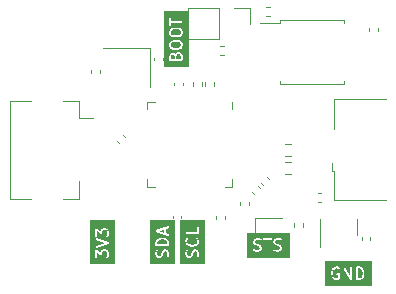
<source format=gto>
G04 #@! TF.GenerationSoftware,KiCad,Pcbnew,7.0.0-da2b9df05c~165~ubuntu22.04.1*
G04 #@! TF.CreationDate,2023-08-11T13:03:54+00:00*
G04 #@! TF.ProjectId,sensus-breakout,73656e73-7573-42d6-9272-65616b6f7574,rev?*
G04 #@! TF.SameCoordinates,Original*
G04 #@! TF.FileFunction,Legend,Top*
G04 #@! TF.FilePolarity,Positive*
%FSLAX46Y46*%
G04 Gerber Fmt 4.6, Leading zero omitted, Abs format (unit mm)*
G04 Created by KiCad (PCBNEW 7.0.0-da2b9df05c~165~ubuntu22.04.1) date 2023-08-11 13:03:54*
%MOMM*%
%LPD*%
G01*
G04 APERTURE LIST*
%ADD10C,0.150000*%
%ADD11C,0.120000*%
G04 APERTURE END LIST*
D10*
G36*
X143028107Y-113037478D02*
G01*
X143105097Y-113075973D01*
X143179208Y-113150084D01*
X143217380Y-113264599D01*
X143217380Y-113415523D01*
X142367380Y-113415523D01*
X142367380Y-113264599D01*
X142405552Y-113150084D01*
X142479664Y-113075972D01*
X142556650Y-113037478D01*
X142730186Y-112994095D01*
X142854574Y-112994095D01*
X143028107Y-113037478D01*
G37*
G36*
X142931666Y-112434085D02*
G01*
X142529550Y-112300046D01*
X142931666Y-112166009D01*
X142931666Y-112434085D01*
G37*
G36*
X143877857Y-115048857D02*
G01*
X141767143Y-115048857D01*
X141767143Y-114313892D01*
X142215450Y-114313892D01*
X142222305Y-114327602D01*
X142226623Y-114342307D01*
X142231977Y-114346946D01*
X142268712Y-114420415D01*
X142271395Y-114432746D01*
X142286019Y-114447370D01*
X142300085Y-114462491D01*
X142301502Y-114462853D01*
X142327937Y-114489288D01*
X142334381Y-114500138D01*
X142352890Y-114509392D01*
X142371004Y-114519283D01*
X142372462Y-114519178D01*
X142445708Y-114555801D01*
X142460835Y-114565523D01*
X142476165Y-114565523D01*
X142491248Y-114568237D01*
X142497792Y-114565523D01*
X142574055Y-114565523D01*
X142591939Y-114567454D01*
X142605652Y-114560597D01*
X142620355Y-114556280D01*
X142624993Y-114550926D01*
X142698462Y-114514191D01*
X142710794Y-114511509D01*
X142725421Y-114496881D01*
X142740539Y-114482820D01*
X142740901Y-114481401D01*
X142767336Y-114454966D01*
X142778186Y-114448523D01*
X142787440Y-114430013D01*
X142797331Y-114411900D01*
X142797226Y-114410441D01*
X142829679Y-114345536D01*
X142835991Y-114339602D01*
X142839335Y-114326224D01*
X142840475Y-114323945D01*
X142841938Y-114315812D01*
X142886954Y-114135748D01*
X142925449Y-114058759D01*
X142955854Y-114028353D01*
X143024370Y-113994095D01*
X143084198Y-113994095D01*
X143152716Y-114028354D01*
X143183121Y-114058759D01*
X143217380Y-114127275D01*
X143217380Y-114335496D01*
X143170200Y-114477035D01*
X143169015Y-114509820D01*
X143191472Y-114547708D01*
X143230848Y-114567440D01*
X143274641Y-114562753D01*
X143308948Y-114535132D01*
X143360558Y-114380302D01*
X143367380Y-114369688D01*
X143367380Y-114349009D01*
X143368126Y-114328369D01*
X143367380Y-114327110D01*
X143367380Y-114113602D01*
X143369310Y-114095727D01*
X143362455Y-114082017D01*
X143358137Y-114067311D01*
X143352782Y-114062671D01*
X143316048Y-113989202D01*
X143313366Y-113976872D01*
X143298746Y-113962252D01*
X143284677Y-113947127D01*
X143283258Y-113946764D01*
X143256823Y-113920329D01*
X143250380Y-113909480D01*
X143231879Y-113900229D01*
X143213757Y-113890334D01*
X143212296Y-113890438D01*
X143139055Y-113853818D01*
X143123926Y-113844095D01*
X143108596Y-113844095D01*
X143093513Y-113841381D01*
X143086969Y-113844095D01*
X143010697Y-113844095D01*
X142992822Y-113842165D01*
X142979112Y-113849019D01*
X142964406Y-113853338D01*
X142959766Y-113858692D01*
X142886297Y-113895426D01*
X142873967Y-113898109D01*
X142859347Y-113912728D01*
X142844222Y-113926798D01*
X142843859Y-113928216D01*
X142817424Y-113954651D01*
X142806575Y-113961095D01*
X142797324Y-113979595D01*
X142787429Y-113997718D01*
X142787533Y-113999178D01*
X142755081Y-114064082D01*
X142748770Y-114070017D01*
X142745425Y-114083394D01*
X142744286Y-114085674D01*
X142742822Y-114093806D01*
X142697806Y-114273869D01*
X142659312Y-114350858D01*
X142628905Y-114381265D01*
X142560390Y-114415523D01*
X142500563Y-114415523D01*
X142432045Y-114381264D01*
X142401639Y-114350858D01*
X142367380Y-114282341D01*
X142367380Y-114074123D01*
X142414561Y-113932584D01*
X142415747Y-113899798D01*
X142393290Y-113861910D01*
X142353914Y-113842178D01*
X142310120Y-113846865D01*
X142275813Y-113874485D01*
X142224201Y-114029315D01*
X142217380Y-114039930D01*
X142217380Y-114060609D01*
X142216634Y-114081249D01*
X142217380Y-114082508D01*
X142217380Y-114296013D01*
X142215450Y-114313892D01*
X141767143Y-114313892D01*
X141767143Y-113501647D01*
X142215010Y-113501647D01*
X142221929Y-113516799D01*
X142226623Y-113532783D01*
X142230935Y-113536519D01*
X142233306Y-113541711D01*
X142247322Y-113550718D01*
X142259909Y-113561625D01*
X142265555Y-113562436D01*
X142270358Y-113565523D01*
X142287020Y-113565523D01*
X142303504Y-113567893D01*
X142308694Y-113565523D01*
X143287020Y-113565523D01*
X143303504Y-113567893D01*
X143318656Y-113560973D01*
X143334640Y-113556280D01*
X143338376Y-113551967D01*
X143343568Y-113549597D01*
X143352575Y-113535580D01*
X143363482Y-113522994D01*
X143364293Y-113517347D01*
X143367380Y-113512545D01*
X143367380Y-113495883D01*
X143369750Y-113479399D01*
X143367380Y-113474209D01*
X143367380Y-113261830D01*
X143370495Y-113249602D01*
X143363955Y-113229982D01*
X143358137Y-113210168D01*
X143357030Y-113209209D01*
X143317188Y-113089680D01*
X143313366Y-113072110D01*
X143302527Y-113061271D01*
X143293780Y-113048685D01*
X143287232Y-113045976D01*
X143209204Y-112967948D01*
X143202761Y-112957099D01*
X143184260Y-112947848D01*
X143166138Y-112937953D01*
X143164677Y-112938057D01*
X143099773Y-112905605D01*
X143093839Y-112899294D01*
X143080461Y-112895949D01*
X143078182Y-112894810D01*
X143070049Y-112893346D01*
X142893972Y-112849327D01*
X142885831Y-112844095D01*
X142873043Y-112844095D01*
X142871539Y-112843719D01*
X142862293Y-112844095D01*
X142733295Y-112844095D01*
X142724126Y-112840993D01*
X142711718Y-112844095D01*
X142710170Y-112844095D01*
X142701300Y-112846699D01*
X142525243Y-112890713D01*
X142516632Y-112889784D01*
X142504301Y-112895949D01*
X142501826Y-112896568D01*
X142494687Y-112900755D01*
X142410107Y-112943045D01*
X142397777Y-112945728D01*
X142383157Y-112960347D01*
X142368032Y-112974417D01*
X142367669Y-112975835D01*
X142289824Y-113053680D01*
X142275813Y-113064961D01*
X142270964Y-113079505D01*
X142263620Y-113092956D01*
X142264125Y-113100022D01*
X142224201Y-113219791D01*
X142217380Y-113230406D01*
X142217380Y-113251085D01*
X142216634Y-113271725D01*
X142217380Y-113272984D01*
X142217380Y-113485163D01*
X142215010Y-113501647D01*
X141767143Y-113501647D01*
X141767143Y-112291727D01*
X142214658Y-112291727D01*
X142218095Y-112310728D01*
X142220150Y-112329927D01*
X142221979Y-112332198D01*
X142222498Y-112335067D01*
X142235658Y-112349189D01*
X142247771Y-112364234D01*
X142250537Y-112365156D01*
X142252525Y-112367289D01*
X142271236Y-112372055D01*
X142968814Y-112604582D01*
X142974195Y-112609244D01*
X142989327Y-112611419D01*
X143278891Y-112707941D01*
X143311677Y-112709126D01*
X143349565Y-112686669D01*
X143369297Y-112647293D01*
X143364609Y-112603499D01*
X143336989Y-112569193D01*
X143081666Y-112484085D01*
X143081666Y-112116009D01*
X143326325Y-112034456D01*
X143353265Y-112015733D01*
X143370101Y-111975034D01*
X143362261Y-111931694D01*
X143332235Y-111899472D01*
X143289554Y-111888599D01*
X142999777Y-111985190D01*
X142995542Y-111984582D01*
X142979157Y-111992064D01*
X142281530Y-112224606D01*
X142273083Y-112224301D01*
X142261050Y-112231432D01*
X142258434Y-112232305D01*
X142251796Y-112236917D01*
X142235195Y-112246758D01*
X142233889Y-112249363D01*
X142231494Y-112251028D01*
X142224108Y-112268881D01*
X142215463Y-112286134D01*
X142215773Y-112289031D01*
X142214658Y-112291727D01*
X141767143Y-112291727D01*
X141767143Y-111328619D01*
X143877857Y-111328619D01*
X143877857Y-115048857D01*
G37*
G36*
X138797857Y-115048857D02*
G01*
X136687143Y-115048857D01*
X136687143Y-113918717D01*
X137134215Y-113918717D01*
X137137380Y-113929692D01*
X137137380Y-114548924D01*
X137146623Y-114580402D01*
X137179909Y-114609244D01*
X137223504Y-114615512D01*
X137263568Y-114597216D01*
X137287380Y-114560164D01*
X137287380Y-114084378D01*
X137527520Y-114294500D01*
X137527576Y-114294688D01*
X137543967Y-114308890D01*
X137552060Y-114315972D01*
X137552230Y-114316050D01*
X137560862Y-114323530D01*
X137571801Y-114325102D01*
X137581836Y-114329744D01*
X137593152Y-114328172D01*
X137604457Y-114329798D01*
X137614511Y-114325206D01*
X137625461Y-114323686D01*
X137634129Y-114316247D01*
X137644521Y-114311502D01*
X137650497Y-114302202D01*
X137658885Y-114295005D01*
X137662156Y-114284061D01*
X137668333Y-114274450D01*
X137668333Y-114263398D01*
X137671499Y-114252806D01*
X137668333Y-114241828D01*
X137668333Y-114127277D01*
X137702592Y-114058759D01*
X137732997Y-114028353D01*
X137801513Y-113994095D01*
X138004198Y-113994095D01*
X138072716Y-114028354D01*
X138103121Y-114058759D01*
X138137380Y-114127275D01*
X138137380Y-114377579D01*
X138103121Y-114446096D01*
X138056485Y-114492733D01*
X138040762Y-114521527D01*
X138043905Y-114565458D01*
X138070299Y-114600717D01*
X138111566Y-114616109D01*
X138154603Y-114606747D01*
X138211145Y-114550204D01*
X138221995Y-114543761D01*
X138231249Y-114525251D01*
X138241140Y-114507138D01*
X138241035Y-114505679D01*
X138277658Y-114432433D01*
X138287380Y-114417307D01*
X138287380Y-114401977D01*
X138290094Y-114386894D01*
X138287380Y-114380350D01*
X138287380Y-114113602D01*
X138289310Y-114095727D01*
X138282455Y-114082017D01*
X138278137Y-114067311D01*
X138272782Y-114062671D01*
X138236048Y-113989202D01*
X138233366Y-113976872D01*
X138218746Y-113962252D01*
X138204677Y-113947127D01*
X138203258Y-113946764D01*
X138176823Y-113920329D01*
X138170380Y-113909480D01*
X138151879Y-113900229D01*
X138133757Y-113890334D01*
X138132296Y-113890438D01*
X138059055Y-113853818D01*
X138043926Y-113844095D01*
X138028596Y-113844095D01*
X138013513Y-113841381D01*
X138006969Y-113844095D01*
X137787840Y-113844095D01*
X137769965Y-113842165D01*
X137756255Y-113849019D01*
X137741549Y-113853338D01*
X137736909Y-113858692D01*
X137663440Y-113895426D01*
X137651110Y-113898109D01*
X137636490Y-113912728D01*
X137621365Y-113926798D01*
X137621002Y-113928216D01*
X137594567Y-113954651D01*
X137583718Y-113961095D01*
X137574467Y-113979595D01*
X137564572Y-113997718D01*
X137564676Y-113999178D01*
X137528056Y-114072419D01*
X137518498Y-114087290D01*
X137278192Y-113877023D01*
X137278137Y-113876835D01*
X137261630Y-113862532D01*
X137253653Y-113855552D01*
X137253485Y-113855474D01*
X137244851Y-113847993D01*
X137233910Y-113846419D01*
X137223877Y-113841779D01*
X137212561Y-113843350D01*
X137201256Y-113841725D01*
X137191201Y-113846316D01*
X137180253Y-113847837D01*
X137171584Y-113855274D01*
X137161192Y-113860021D01*
X137155214Y-113869321D01*
X137146828Y-113876518D01*
X137143557Y-113887461D01*
X137137380Y-113897073D01*
X137137380Y-113908128D01*
X137134215Y-113918717D01*
X136687143Y-113918717D01*
X136687143Y-113625060D01*
X137134658Y-113625060D01*
X137142498Y-113668400D01*
X137172525Y-113700622D01*
X137215205Y-113711495D01*
X138223228Y-113375487D01*
X138231677Y-113375793D01*
X138243710Y-113368660D01*
X138246325Y-113367789D01*
X138252956Y-113363180D01*
X138269565Y-113353336D01*
X138270871Y-113350729D01*
X138273265Y-113349066D01*
X138280645Y-113331223D01*
X138289297Y-113313960D01*
X138288986Y-113311060D01*
X138290101Y-113308367D01*
X138286664Y-113289372D01*
X138284609Y-113270166D01*
X138282779Y-113267893D01*
X138282261Y-113265027D01*
X138269104Y-113250908D01*
X138256989Y-113235860D01*
X138254222Y-113234937D01*
X138252235Y-113232805D01*
X138233524Y-113228038D01*
X137225868Y-112892153D01*
X137193083Y-112890968D01*
X137155195Y-112913425D01*
X137135463Y-112952801D01*
X137140150Y-112996594D01*
X137167771Y-113030901D01*
X137975208Y-113300047D01*
X137178434Y-113565638D01*
X137151494Y-113584361D01*
X137134658Y-113625060D01*
X136687143Y-113625060D01*
X136687143Y-112109193D01*
X137134215Y-112109193D01*
X137137380Y-112120168D01*
X137137380Y-112739400D01*
X137146623Y-112770878D01*
X137179909Y-112799720D01*
X137223504Y-112805988D01*
X137263568Y-112787692D01*
X137287380Y-112750640D01*
X137287380Y-112274854D01*
X137527520Y-112484976D01*
X137527576Y-112485164D01*
X137543967Y-112499366D01*
X137552060Y-112506448D01*
X137552230Y-112506526D01*
X137560862Y-112514006D01*
X137571801Y-112515578D01*
X137581836Y-112520220D01*
X137593152Y-112518648D01*
X137604457Y-112520274D01*
X137614511Y-112515682D01*
X137625461Y-112514162D01*
X137634129Y-112506723D01*
X137644521Y-112501978D01*
X137650497Y-112492678D01*
X137658885Y-112485481D01*
X137662156Y-112474537D01*
X137668333Y-112464926D01*
X137668333Y-112453874D01*
X137671499Y-112443282D01*
X137668333Y-112432304D01*
X137668333Y-112317753D01*
X137702592Y-112249235D01*
X137732997Y-112218829D01*
X137801513Y-112184571D01*
X138004198Y-112184571D01*
X138072716Y-112218830D01*
X138103121Y-112249235D01*
X138137380Y-112317751D01*
X138137380Y-112568055D01*
X138103121Y-112636572D01*
X138056485Y-112683209D01*
X138040762Y-112712003D01*
X138043905Y-112755934D01*
X138070299Y-112791193D01*
X138111566Y-112806585D01*
X138154603Y-112797223D01*
X138211145Y-112740680D01*
X138221995Y-112734237D01*
X138231249Y-112715727D01*
X138241140Y-112697614D01*
X138241035Y-112696155D01*
X138277658Y-112622909D01*
X138287380Y-112607783D01*
X138287380Y-112592453D01*
X138290094Y-112577370D01*
X138287380Y-112570826D01*
X138287380Y-112304078D01*
X138289310Y-112286203D01*
X138282455Y-112272493D01*
X138278137Y-112257787D01*
X138272782Y-112253147D01*
X138236048Y-112179678D01*
X138233366Y-112167348D01*
X138218746Y-112152728D01*
X138204677Y-112137603D01*
X138203258Y-112137240D01*
X138176823Y-112110805D01*
X138170380Y-112099956D01*
X138151879Y-112090705D01*
X138133757Y-112080810D01*
X138132296Y-112080914D01*
X138059055Y-112044294D01*
X138043926Y-112034571D01*
X138028596Y-112034571D01*
X138013513Y-112031857D01*
X138006969Y-112034571D01*
X137787840Y-112034571D01*
X137769965Y-112032641D01*
X137756255Y-112039495D01*
X137741549Y-112043814D01*
X137736909Y-112049168D01*
X137663440Y-112085902D01*
X137651110Y-112088585D01*
X137636490Y-112103204D01*
X137621365Y-112117274D01*
X137621002Y-112118692D01*
X137594567Y-112145127D01*
X137583718Y-112151571D01*
X137574467Y-112170071D01*
X137564572Y-112188194D01*
X137564676Y-112189654D01*
X137528056Y-112262895D01*
X137518498Y-112277766D01*
X137278192Y-112067499D01*
X137278137Y-112067311D01*
X137261630Y-112053008D01*
X137253653Y-112046028D01*
X137253485Y-112045950D01*
X137244851Y-112038469D01*
X137233910Y-112036895D01*
X137223877Y-112032255D01*
X137212561Y-112033826D01*
X137201256Y-112032201D01*
X137191201Y-112036792D01*
X137180253Y-112038313D01*
X137171584Y-112045750D01*
X137161192Y-112050497D01*
X137155214Y-112059797D01*
X137146828Y-112066994D01*
X137143557Y-112077937D01*
X137137380Y-112087549D01*
X137137380Y-112098604D01*
X137134215Y-112109193D01*
X136687143Y-112109193D01*
X136687143Y-111376238D01*
X138797857Y-111376238D01*
X138797857Y-115048857D01*
G37*
G36*
X144295716Y-97343735D02*
G01*
X144326121Y-97374140D01*
X144360380Y-97442656D01*
X144360380Y-97730904D01*
X143986571Y-97730904D01*
X143986571Y-97484741D01*
X144024742Y-97370227D01*
X144051235Y-97343734D01*
X144119751Y-97309476D01*
X144227198Y-97309476D01*
X144295716Y-97343735D01*
G37*
G36*
X143771907Y-97391354D02*
G01*
X143802312Y-97421759D01*
X143835928Y-97488991D01*
X143835825Y-97491868D01*
X143836571Y-97493127D01*
X143836571Y-97730904D01*
X143510380Y-97730904D01*
X143510380Y-97490277D01*
X143544639Y-97421759D01*
X143575045Y-97391353D01*
X143643561Y-97357095D01*
X143703389Y-97357095D01*
X143771907Y-97391354D01*
G37*
G36*
X144254179Y-96302198D02*
G01*
X144326121Y-96374140D01*
X144360380Y-96442656D01*
X144360380Y-96597722D01*
X144326121Y-96666239D01*
X144254179Y-96738181D01*
X144092813Y-96778523D01*
X143777948Y-96778523D01*
X143616581Y-96738181D01*
X143544639Y-96666239D01*
X143510380Y-96597722D01*
X143510380Y-96442658D01*
X143544639Y-96374140D01*
X143616581Y-96302198D01*
X143777948Y-96261857D01*
X144092812Y-96261857D01*
X144254179Y-96302198D01*
G37*
G36*
X144254179Y-95254579D02*
G01*
X144326121Y-95326521D01*
X144360380Y-95395037D01*
X144360380Y-95550103D01*
X144326121Y-95618620D01*
X144254179Y-95690562D01*
X144092813Y-95730904D01*
X143777948Y-95730904D01*
X143616581Y-95690562D01*
X143544639Y-95618620D01*
X143510380Y-95550103D01*
X143510380Y-95395039D01*
X143544639Y-95326521D01*
X143616581Y-95254579D01*
X143777948Y-95214238D01*
X144092812Y-95214238D01*
X144254179Y-95254579D01*
G37*
G36*
X145020857Y-98411857D02*
G01*
X142910143Y-98411857D01*
X142910143Y-97480961D01*
X143357666Y-97480961D01*
X143360380Y-97487505D01*
X143360380Y-97800544D01*
X143358010Y-97817028D01*
X143364929Y-97832180D01*
X143369623Y-97848164D01*
X143373935Y-97851900D01*
X143376306Y-97857092D01*
X143390322Y-97866099D01*
X143402909Y-97877006D01*
X143408555Y-97877817D01*
X143413358Y-97880904D01*
X143430020Y-97880904D01*
X143446504Y-97883274D01*
X143451694Y-97880904D01*
X143906211Y-97880904D01*
X143922695Y-97883274D01*
X143927885Y-97880904D01*
X144430020Y-97880904D01*
X144446504Y-97883274D01*
X144461656Y-97876354D01*
X144477640Y-97871661D01*
X144481376Y-97867348D01*
X144486568Y-97864978D01*
X144495575Y-97850961D01*
X144506482Y-97838375D01*
X144507293Y-97832728D01*
X144510380Y-97827926D01*
X144510380Y-97811264D01*
X144512750Y-97794780D01*
X144510380Y-97789590D01*
X144510380Y-97428983D01*
X144512310Y-97411108D01*
X144505455Y-97397398D01*
X144501137Y-97382692D01*
X144495782Y-97378052D01*
X144459048Y-97304583D01*
X144456366Y-97292253D01*
X144441746Y-97277633D01*
X144427677Y-97262508D01*
X144426258Y-97262145D01*
X144399823Y-97235710D01*
X144393380Y-97224861D01*
X144374879Y-97215610D01*
X144356757Y-97205715D01*
X144355296Y-97205819D01*
X144282055Y-97169199D01*
X144266926Y-97159476D01*
X144251596Y-97159476D01*
X144236513Y-97156762D01*
X144229969Y-97159476D01*
X144106078Y-97159476D01*
X144088203Y-97157546D01*
X144074493Y-97164400D01*
X144059787Y-97168719D01*
X144055147Y-97174073D01*
X143981678Y-97210807D01*
X143969348Y-97213490D01*
X143954728Y-97228109D01*
X143939603Y-97242179D01*
X143939240Y-97243597D01*
X143909010Y-97273827D01*
X143895003Y-97285105D01*
X143890699Y-97298014D01*
X143876014Y-97283329D01*
X143869571Y-97272480D01*
X143851070Y-97263229D01*
X143832948Y-97253334D01*
X143831487Y-97253438D01*
X143758246Y-97216818D01*
X143743117Y-97207095D01*
X143727787Y-97207095D01*
X143712704Y-97204381D01*
X143706160Y-97207095D01*
X143629888Y-97207095D01*
X143612013Y-97205165D01*
X143598303Y-97212019D01*
X143583597Y-97216338D01*
X143578957Y-97221692D01*
X143505488Y-97258426D01*
X143493158Y-97261109D01*
X143478538Y-97275728D01*
X143463413Y-97289798D01*
X143463050Y-97291216D01*
X143436617Y-97317649D01*
X143425767Y-97324094D01*
X143416518Y-97342590D01*
X143406620Y-97360718D01*
X143406724Y-97362178D01*
X143370101Y-97435421D01*
X143360380Y-97450549D01*
X143360380Y-97465878D01*
X143357666Y-97480961D01*
X142910143Y-97480961D01*
X142910143Y-96433342D01*
X143357666Y-96433342D01*
X143360380Y-96439886D01*
X143360380Y-96611394D01*
X143358450Y-96629273D01*
X143365305Y-96642983D01*
X143369623Y-96657688D01*
X143374977Y-96662327D01*
X143411712Y-96735796D01*
X143414395Y-96748127D01*
X143429019Y-96762751D01*
X143443085Y-96777872D01*
X143444502Y-96778234D01*
X143524384Y-96858116D01*
X143538683Y-96873324D01*
X143550729Y-96876335D01*
X143561623Y-96882284D01*
X143571652Y-96881566D01*
X143738550Y-96923290D01*
X143746692Y-96928523D01*
X143759480Y-96928523D01*
X143760984Y-96928899D01*
X143770230Y-96928523D01*
X144089704Y-96928523D01*
X144098873Y-96931625D01*
X144111281Y-96928523D01*
X144112829Y-96928523D01*
X144121698Y-96925918D01*
X144309601Y-96878942D01*
X144329984Y-96874509D01*
X144338764Y-96865728D01*
X144349469Y-96859448D01*
X144354013Y-96850479D01*
X144434145Y-96770347D01*
X144444995Y-96763904D01*
X144454245Y-96745402D01*
X144464141Y-96727281D01*
X144464036Y-96725820D01*
X144500658Y-96652576D01*
X144510380Y-96637450D01*
X144510380Y-96622120D01*
X144513094Y-96607037D01*
X144510380Y-96600493D01*
X144510380Y-96428983D01*
X144512310Y-96411108D01*
X144505455Y-96397398D01*
X144501137Y-96382692D01*
X144495782Y-96378052D01*
X144459048Y-96304583D01*
X144456366Y-96292253D01*
X144441746Y-96277633D01*
X144427677Y-96262508D01*
X144426258Y-96262145D01*
X144346367Y-96182254D01*
X144332077Y-96167056D01*
X144320032Y-96164044D01*
X144309138Y-96158096D01*
X144299107Y-96158813D01*
X144132210Y-96117089D01*
X144124069Y-96111857D01*
X144111281Y-96111857D01*
X144109777Y-96111481D01*
X144100531Y-96111857D01*
X143781057Y-96111857D01*
X143771888Y-96108755D01*
X143759480Y-96111857D01*
X143757932Y-96111857D01*
X143749062Y-96114461D01*
X143561159Y-96161437D01*
X143540777Y-96165871D01*
X143531997Y-96174650D01*
X143521291Y-96180932D01*
X143516745Y-96189902D01*
X143436617Y-96270030D01*
X143425767Y-96276475D01*
X143416518Y-96294971D01*
X143406620Y-96313099D01*
X143406724Y-96314559D01*
X143370101Y-96387802D01*
X143360380Y-96402930D01*
X143360380Y-96418259D01*
X143357666Y-96433342D01*
X142910143Y-96433342D01*
X142910143Y-95385723D01*
X143357666Y-95385723D01*
X143360380Y-95392267D01*
X143360380Y-95563775D01*
X143358450Y-95581654D01*
X143365305Y-95595364D01*
X143369623Y-95610069D01*
X143374977Y-95614708D01*
X143411712Y-95688177D01*
X143414395Y-95700508D01*
X143429019Y-95715132D01*
X143443085Y-95730253D01*
X143444502Y-95730615D01*
X143524384Y-95810497D01*
X143538683Y-95825705D01*
X143550729Y-95828716D01*
X143561623Y-95834665D01*
X143571652Y-95833947D01*
X143738550Y-95875671D01*
X143746692Y-95880904D01*
X143759480Y-95880904D01*
X143760984Y-95881280D01*
X143770230Y-95880904D01*
X144089704Y-95880904D01*
X144098873Y-95884006D01*
X144111281Y-95880904D01*
X144112829Y-95880904D01*
X144121698Y-95878299D01*
X144309601Y-95831323D01*
X144329984Y-95826890D01*
X144338764Y-95818109D01*
X144349469Y-95811829D01*
X144354013Y-95802860D01*
X144434145Y-95722728D01*
X144444995Y-95716285D01*
X144454245Y-95697783D01*
X144464141Y-95679662D01*
X144464036Y-95678201D01*
X144500658Y-95604957D01*
X144510380Y-95589831D01*
X144510380Y-95574501D01*
X144513094Y-95559418D01*
X144510380Y-95552874D01*
X144510380Y-95381364D01*
X144512310Y-95363489D01*
X144505455Y-95349779D01*
X144501137Y-95335073D01*
X144495782Y-95330433D01*
X144459048Y-95256964D01*
X144456366Y-95244634D01*
X144441746Y-95230014D01*
X144427677Y-95214889D01*
X144426258Y-95214526D01*
X144346367Y-95134635D01*
X144332077Y-95119437D01*
X144320032Y-95116425D01*
X144309138Y-95110477D01*
X144299107Y-95111194D01*
X144132210Y-95069470D01*
X144124069Y-95064238D01*
X144111281Y-95064238D01*
X144109777Y-95063862D01*
X144100531Y-95064238D01*
X143781057Y-95064238D01*
X143771888Y-95061136D01*
X143759480Y-95064238D01*
X143757932Y-95064238D01*
X143749062Y-95066842D01*
X143561159Y-95113818D01*
X143540777Y-95118252D01*
X143531997Y-95127031D01*
X143521291Y-95133313D01*
X143516745Y-95142283D01*
X143436617Y-95222411D01*
X143425767Y-95228856D01*
X143416518Y-95247352D01*
X143406620Y-95265480D01*
X143406724Y-95266940D01*
X143370101Y-95340183D01*
X143360380Y-95355311D01*
X143360380Y-95370640D01*
X143357666Y-95385723D01*
X142910143Y-95385723D01*
X142910143Y-94578933D01*
X143358010Y-94578933D01*
X143360380Y-94584123D01*
X143360380Y-94864305D01*
X143369623Y-94895783D01*
X143402909Y-94924625D01*
X143446504Y-94930893D01*
X143486568Y-94912597D01*
X143510380Y-94875545D01*
X143510380Y-94642809D01*
X144446162Y-94642809D01*
X144477640Y-94633566D01*
X144506482Y-94600280D01*
X144512750Y-94556685D01*
X144494454Y-94516621D01*
X144457402Y-94492809D01*
X143510380Y-94492809D01*
X143510380Y-94271313D01*
X143501137Y-94239835D01*
X143467851Y-94210993D01*
X143424256Y-94204725D01*
X143384192Y-94223021D01*
X143360380Y-94260073D01*
X143360380Y-94562449D01*
X143358010Y-94578933D01*
X142910143Y-94578933D01*
X142910143Y-93644000D01*
X145020857Y-93644000D01*
X145020857Y-98411857D01*
G37*
G36*
X153577524Y-114540857D02*
G01*
X150000143Y-114540857D01*
X150000143Y-113154248D01*
X150480762Y-113154248D01*
X150483476Y-113160792D01*
X150483476Y-113237055D01*
X150481545Y-113254939D01*
X150488401Y-113268652D01*
X150492719Y-113283355D01*
X150498072Y-113287993D01*
X150534807Y-113361462D01*
X150537490Y-113373794D01*
X150552117Y-113388421D01*
X150566179Y-113403539D01*
X150567597Y-113403901D01*
X150594032Y-113430336D01*
X150600476Y-113441186D01*
X150618985Y-113450440D01*
X150637099Y-113460331D01*
X150638557Y-113460226D01*
X150703462Y-113492679D01*
X150709397Y-113498991D01*
X150722774Y-113502335D01*
X150725054Y-113503475D01*
X150733186Y-113504938D01*
X150913250Y-113549954D01*
X150990240Y-113588449D01*
X151020645Y-113618854D01*
X151054904Y-113687370D01*
X151054904Y-113747198D01*
X151020645Y-113815715D01*
X150990238Y-113846122D01*
X150921723Y-113880380D01*
X150713503Y-113880380D01*
X150571964Y-113833200D01*
X150539179Y-113832015D01*
X150501291Y-113854472D01*
X150481559Y-113893848D01*
X150486246Y-113937641D01*
X150513867Y-113971948D01*
X150668696Y-114023558D01*
X150679311Y-114030380D01*
X150699990Y-114030380D01*
X150720630Y-114031126D01*
X150721889Y-114030380D01*
X150935388Y-114030380D01*
X150953272Y-114032311D01*
X150966985Y-114025454D01*
X150981688Y-114021137D01*
X150986326Y-114015783D01*
X151059795Y-113979048D01*
X151072127Y-113976366D01*
X151086754Y-113961738D01*
X151101872Y-113947677D01*
X151102234Y-113946258D01*
X151128669Y-113919823D01*
X151139519Y-113913380D01*
X151148773Y-113894870D01*
X151158664Y-113876757D01*
X151158559Y-113875298D01*
X151195182Y-113802052D01*
X151204904Y-113786926D01*
X151204904Y-113771596D01*
X151207618Y-113756513D01*
X151204904Y-113749969D01*
X151204904Y-113673697D01*
X151206834Y-113655822D01*
X151199979Y-113642112D01*
X151195661Y-113627406D01*
X151190306Y-113622766D01*
X151153572Y-113549297D01*
X151150890Y-113536967D01*
X151136270Y-113522347D01*
X151122201Y-113507222D01*
X151120782Y-113506859D01*
X151094347Y-113480424D01*
X151087904Y-113469575D01*
X151069403Y-113460324D01*
X151051281Y-113450429D01*
X151049820Y-113450533D01*
X150984916Y-113418081D01*
X150978982Y-113411770D01*
X150965604Y-113408425D01*
X150963325Y-113407286D01*
X150955192Y-113405822D01*
X150775129Y-113360806D01*
X150698140Y-113322312D01*
X150667733Y-113291905D01*
X150633476Y-113223390D01*
X150633476Y-113163563D01*
X150667735Y-113095045D01*
X150698141Y-113064638D01*
X150766657Y-113030380D01*
X150974876Y-113030380D01*
X151116415Y-113077561D01*
X151149201Y-113078747D01*
X151187089Y-113056290D01*
X151206821Y-113016914D01*
X151202134Y-112973120D01*
X151196808Y-112966504D01*
X151338249Y-112966504D01*
X151356545Y-113006568D01*
X151393597Y-113030380D01*
X151626333Y-113030380D01*
X151626333Y-113966162D01*
X151635576Y-113997640D01*
X151668862Y-114026482D01*
X151712457Y-114032750D01*
X151752521Y-114014454D01*
X151776333Y-113977402D01*
X151776333Y-113154248D01*
X152195048Y-113154248D01*
X152197762Y-113160792D01*
X152197762Y-113237055D01*
X152195831Y-113254939D01*
X152202687Y-113268652D01*
X152207005Y-113283355D01*
X152212358Y-113287993D01*
X152249093Y-113361462D01*
X152251776Y-113373794D01*
X152266403Y-113388421D01*
X152280465Y-113403539D01*
X152281883Y-113403901D01*
X152308318Y-113430336D01*
X152314762Y-113441186D01*
X152333271Y-113450440D01*
X152351385Y-113460331D01*
X152352843Y-113460226D01*
X152417748Y-113492679D01*
X152423683Y-113498991D01*
X152437060Y-113502335D01*
X152439340Y-113503475D01*
X152447472Y-113504938D01*
X152627536Y-113549954D01*
X152704526Y-113588449D01*
X152734931Y-113618854D01*
X152769190Y-113687370D01*
X152769190Y-113747198D01*
X152734931Y-113815715D01*
X152704524Y-113846122D01*
X152636009Y-113880380D01*
X152427789Y-113880380D01*
X152286250Y-113833200D01*
X152253465Y-113832015D01*
X152215577Y-113854472D01*
X152195845Y-113893848D01*
X152200532Y-113937641D01*
X152228153Y-113971948D01*
X152382982Y-114023558D01*
X152393597Y-114030380D01*
X152414276Y-114030380D01*
X152434916Y-114031126D01*
X152436175Y-114030380D01*
X152649674Y-114030380D01*
X152667558Y-114032311D01*
X152681271Y-114025454D01*
X152695974Y-114021137D01*
X152700612Y-114015783D01*
X152774081Y-113979048D01*
X152786413Y-113976366D01*
X152801040Y-113961738D01*
X152816158Y-113947677D01*
X152816520Y-113946258D01*
X152842955Y-113919823D01*
X152853805Y-113913380D01*
X152863059Y-113894870D01*
X152872950Y-113876757D01*
X152872845Y-113875298D01*
X152909468Y-113802052D01*
X152919190Y-113786926D01*
X152919190Y-113771596D01*
X152921904Y-113756513D01*
X152919190Y-113749969D01*
X152919190Y-113673697D01*
X152921120Y-113655822D01*
X152914265Y-113642112D01*
X152909947Y-113627406D01*
X152904592Y-113622766D01*
X152867858Y-113549297D01*
X152865176Y-113536967D01*
X152850556Y-113522347D01*
X152836487Y-113507222D01*
X152835068Y-113506859D01*
X152808633Y-113480424D01*
X152802190Y-113469575D01*
X152783689Y-113460324D01*
X152765567Y-113450429D01*
X152764106Y-113450533D01*
X152699202Y-113418081D01*
X152693268Y-113411770D01*
X152679890Y-113408425D01*
X152677611Y-113407286D01*
X152669478Y-113405822D01*
X152489415Y-113360806D01*
X152412426Y-113322312D01*
X152382019Y-113291905D01*
X152347762Y-113223390D01*
X152347762Y-113163563D01*
X152382021Y-113095045D01*
X152412427Y-113064638D01*
X152480943Y-113030380D01*
X152689162Y-113030380D01*
X152830701Y-113077561D01*
X152863487Y-113078747D01*
X152901375Y-113056290D01*
X152921107Y-113016914D01*
X152916420Y-112973120D01*
X152888800Y-112938813D01*
X152733969Y-112887201D01*
X152723355Y-112880380D01*
X152702676Y-112880380D01*
X152682036Y-112879634D01*
X152680777Y-112880380D01*
X152467278Y-112880380D01*
X152449394Y-112878449D01*
X152435680Y-112885305D01*
X152420978Y-112889623D01*
X152416338Y-112894976D01*
X152342868Y-112931712D01*
X152330539Y-112934395D01*
X152315914Y-112949019D01*
X152300794Y-112963085D01*
X152300431Y-112964502D01*
X152273996Y-112990937D01*
X152263147Y-112997381D01*
X152253896Y-113015881D01*
X152244001Y-113034004D01*
X152244105Y-113035464D01*
X152207485Y-113108705D01*
X152197762Y-113123835D01*
X152197762Y-113139165D01*
X152195048Y-113154248D01*
X151776333Y-113154248D01*
X151776333Y-113030380D01*
X151997829Y-113030380D01*
X152029307Y-113021137D01*
X152058149Y-112987851D01*
X152064417Y-112944256D01*
X152046121Y-112904192D01*
X152009069Y-112880380D01*
X151706693Y-112880380D01*
X151690209Y-112878010D01*
X151685019Y-112880380D01*
X151404837Y-112880380D01*
X151373359Y-112889623D01*
X151344517Y-112922909D01*
X151338249Y-112966504D01*
X151196808Y-112966504D01*
X151174514Y-112938813D01*
X151019683Y-112887201D01*
X151009069Y-112880380D01*
X150988390Y-112880380D01*
X150967750Y-112879634D01*
X150966491Y-112880380D01*
X150752992Y-112880380D01*
X150735108Y-112878449D01*
X150721394Y-112885305D01*
X150706692Y-112889623D01*
X150702052Y-112894976D01*
X150628582Y-112931712D01*
X150616253Y-112934395D01*
X150601628Y-112949019D01*
X150586508Y-112963085D01*
X150586145Y-112964502D01*
X150559710Y-112990937D01*
X150548861Y-112997381D01*
X150539610Y-113015881D01*
X150529715Y-113034004D01*
X150529819Y-113035464D01*
X150493199Y-113108705D01*
X150483476Y-113123835D01*
X150483476Y-113139165D01*
X150480762Y-113154248D01*
X150000143Y-113154248D01*
X150000143Y-112430143D01*
X153577524Y-112430143D01*
X153577524Y-114540857D01*
G37*
G36*
X159598152Y-115481552D02*
G01*
X159672264Y-115555664D01*
X159710758Y-115632650D01*
X159754142Y-115806186D01*
X159754142Y-115930575D01*
X159710758Y-116104107D01*
X159672264Y-116181096D01*
X159598152Y-116255208D01*
X159483637Y-116293380D01*
X159332714Y-116293380D01*
X159332714Y-115443380D01*
X159483638Y-115443380D01*
X159598152Y-115481552D01*
G37*
G36*
X160562476Y-116953857D02*
G01*
X156604143Y-116953857D01*
X156604143Y-115936635D01*
X157084374Y-115936635D01*
X157087476Y-115949043D01*
X157087476Y-115950591D01*
X157090080Y-115959460D01*
X157134094Y-116135515D01*
X157133164Y-116144129D01*
X157139330Y-116156462D01*
X157139949Y-116158935D01*
X157144131Y-116166062D01*
X157186426Y-116250652D01*
X157189109Y-116262984D01*
X157203736Y-116277611D01*
X157217798Y-116292729D01*
X157219216Y-116293091D01*
X157297064Y-116370939D01*
X157308343Y-116384948D01*
X157322884Y-116389795D01*
X157336337Y-116397141D01*
X157343404Y-116396635D01*
X157463172Y-116436558D01*
X157473787Y-116443380D01*
X157494466Y-116443380D01*
X157515106Y-116444126D01*
X157516365Y-116443380D01*
X157581645Y-116443380D01*
X157593872Y-116446495D01*
X157613484Y-116439957D01*
X157633307Y-116434137D01*
X157634265Y-116433030D01*
X157753791Y-116393188D01*
X157771365Y-116389366D01*
X157782205Y-116378525D01*
X157794789Y-116369780D01*
X157797496Y-116363234D01*
X157824988Y-116335742D01*
X157832711Y-116332216D01*
X157840257Y-116320473D01*
X157842180Y-116318551D01*
X157846061Y-116311442D01*
X157856523Y-116295164D01*
X157856523Y-116292283D01*
X157857902Y-116289757D01*
X157856523Y-116270476D01*
X157856523Y-115945169D01*
X157858893Y-115928685D01*
X157851973Y-115913532D01*
X157847280Y-115897549D01*
X157842967Y-115893812D01*
X157840597Y-115888621D01*
X157826580Y-115879613D01*
X157813994Y-115868707D01*
X157808347Y-115867895D01*
X157803545Y-115864809D01*
X157786883Y-115864809D01*
X157770399Y-115862439D01*
X157765209Y-115864809D01*
X157580265Y-115864809D01*
X157548787Y-115874052D01*
X157519945Y-115907338D01*
X157513677Y-115950933D01*
X157531973Y-115990997D01*
X157569025Y-116014809D01*
X157706523Y-116014809D01*
X157706523Y-116242076D01*
X157693390Y-116255208D01*
X157578875Y-116293380D01*
X157507979Y-116293380D01*
X157393465Y-116255208D01*
X157319352Y-116181095D01*
X157280859Y-116104109D01*
X157237476Y-115930575D01*
X157237476Y-115806187D01*
X157280859Y-115632653D01*
X157319354Y-115555664D01*
X157393466Y-115481551D01*
X157507979Y-115443380D01*
X157620960Y-115443380D01*
X157710006Y-115487904D01*
X157742295Y-115493714D01*
X157782978Y-115476841D01*
X157808081Y-115440652D01*
X157809634Y-115396635D01*
X157803597Y-115386470D01*
X158134051Y-115386470D01*
X158135095Y-115388297D01*
X158135095Y-116379162D01*
X158144338Y-116410640D01*
X158177624Y-116439482D01*
X158221219Y-116445750D01*
X158261283Y-116427454D01*
X158285095Y-116390402D01*
X158285095Y-115650797D01*
X158712041Y-116397954D01*
X158715766Y-116410640D01*
X158730929Y-116423779D01*
X158745397Y-116437697D01*
X158747462Y-116438104D01*
X158749052Y-116439482D01*
X158768912Y-116442337D01*
X158788607Y-116446224D01*
X158790564Y-116445450D01*
X158792647Y-116445750D01*
X158810902Y-116437413D01*
X158829568Y-116430037D01*
X158830796Y-116428328D01*
X158832711Y-116427454D01*
X158843561Y-116410569D01*
X158855276Y-116394274D01*
X158855385Y-116392171D01*
X158856523Y-116390402D01*
X158856523Y-116379504D01*
X159180344Y-116379504D01*
X159187263Y-116394656D01*
X159191957Y-116410640D01*
X159196269Y-116414376D01*
X159198640Y-116419568D01*
X159212656Y-116428575D01*
X159225243Y-116439482D01*
X159230889Y-116440293D01*
X159235692Y-116443380D01*
X159252354Y-116443380D01*
X159268838Y-116445750D01*
X159274028Y-116443380D01*
X159486407Y-116443380D01*
X159498634Y-116446495D01*
X159518246Y-116439957D01*
X159538069Y-116434137D01*
X159539027Y-116433030D01*
X159658553Y-116393188D01*
X159676127Y-116389366D01*
X159686967Y-116378525D01*
X159699551Y-116369780D01*
X159702258Y-116363234D01*
X159780288Y-116285204D01*
X159791138Y-116278761D01*
X159800388Y-116260259D01*
X159810284Y-116242138D01*
X159810179Y-116240677D01*
X159842631Y-116175774D01*
X159848943Y-116169840D01*
X159852287Y-116156462D01*
X159853427Y-116154183D01*
X159854890Y-116146050D01*
X159898909Y-115969972D01*
X159904142Y-115961831D01*
X159904142Y-115949043D01*
X159904518Y-115947539D01*
X159904142Y-115938293D01*
X159904142Y-115809295D01*
X159907244Y-115800126D01*
X159904142Y-115787718D01*
X159904142Y-115786170D01*
X159901537Y-115777300D01*
X159857523Y-115601243D01*
X159858453Y-115592632D01*
X159852287Y-115580301D01*
X159851669Y-115577826D01*
X159847481Y-115570687D01*
X159805191Y-115486107D01*
X159802509Y-115473777D01*
X159787889Y-115459157D01*
X159773820Y-115444032D01*
X159772401Y-115443669D01*
X159694556Y-115365824D01*
X159683276Y-115351813D01*
X159668731Y-115346964D01*
X159655281Y-115339620D01*
X159648214Y-115340125D01*
X159528445Y-115300201D01*
X159517831Y-115293380D01*
X159497152Y-115293380D01*
X159476512Y-115292634D01*
X159475253Y-115293380D01*
X159263074Y-115293380D01*
X159246590Y-115291010D01*
X159231437Y-115297929D01*
X159215454Y-115302623D01*
X159211717Y-115306935D01*
X159206526Y-115309306D01*
X159197518Y-115323322D01*
X159186612Y-115335909D01*
X159185800Y-115341555D01*
X159182714Y-115346358D01*
X159182714Y-115363020D01*
X159180344Y-115379504D01*
X159182714Y-115384694D01*
X159182714Y-116363020D01*
X159180344Y-116379504D01*
X158856523Y-116379504D01*
X158856523Y-116370333D01*
X158857567Y-116350290D01*
X158856523Y-116348463D01*
X158856523Y-115357598D01*
X158847280Y-115326120D01*
X158813994Y-115297278D01*
X158770399Y-115291010D01*
X158730335Y-115309306D01*
X158706523Y-115346358D01*
X158706523Y-116085963D01*
X158279576Y-115338805D01*
X158275852Y-115326120D01*
X158260688Y-115312980D01*
X158246221Y-115299063D01*
X158244155Y-115298655D01*
X158242566Y-115297278D01*
X158222705Y-115294422D01*
X158203011Y-115290536D01*
X158201053Y-115291309D01*
X158198971Y-115291010D01*
X158180715Y-115299346D01*
X158162050Y-115306723D01*
X158160821Y-115308431D01*
X158158907Y-115309306D01*
X158148056Y-115326190D01*
X158136342Y-115342486D01*
X158136232Y-115344588D01*
X158135095Y-115346358D01*
X158135095Y-115366427D01*
X158134051Y-115386470D01*
X157803597Y-115386470D01*
X157787143Y-115358767D01*
X157675815Y-115303101D01*
X157660688Y-115293380D01*
X157645359Y-115293380D01*
X157630276Y-115290666D01*
X157623732Y-115293380D01*
X157505211Y-115293380D01*
X157492984Y-115290265D01*
X157473376Y-115296800D01*
X157453549Y-115302623D01*
X157452589Y-115303730D01*
X157333069Y-115343571D01*
X157315491Y-115347395D01*
X157304649Y-115358236D01*
X157292066Y-115366982D01*
X157289358Y-115373527D01*
X157211329Y-115451556D01*
X157200480Y-115458000D01*
X157191229Y-115476500D01*
X157181334Y-115494623D01*
X157181438Y-115496083D01*
X157148986Y-115560987D01*
X157142675Y-115566922D01*
X157139330Y-115580299D01*
X157138191Y-115582579D01*
X157136727Y-115590711D01*
X157092708Y-115766788D01*
X157087476Y-115774930D01*
X157087476Y-115787718D01*
X157087100Y-115789222D01*
X157087476Y-115798468D01*
X157087476Y-115927466D01*
X157084374Y-115936635D01*
X156604143Y-115936635D01*
X156604143Y-114843143D01*
X160562476Y-114843143D01*
X160562476Y-116953857D01*
G37*
G36*
X146417857Y-115048857D02*
G01*
X144307143Y-115048857D01*
X144307143Y-114313892D01*
X144755450Y-114313892D01*
X144762305Y-114327602D01*
X144766623Y-114342307D01*
X144771977Y-114346946D01*
X144808712Y-114420415D01*
X144811395Y-114432746D01*
X144826019Y-114447370D01*
X144840085Y-114462491D01*
X144841502Y-114462853D01*
X144867937Y-114489288D01*
X144874381Y-114500138D01*
X144892890Y-114509392D01*
X144911004Y-114519283D01*
X144912462Y-114519178D01*
X144985708Y-114555801D01*
X145000835Y-114565523D01*
X145016165Y-114565523D01*
X145031248Y-114568237D01*
X145037792Y-114565523D01*
X145114055Y-114565523D01*
X145131939Y-114567454D01*
X145145652Y-114560597D01*
X145160355Y-114556280D01*
X145164993Y-114550926D01*
X145238462Y-114514191D01*
X145250794Y-114511509D01*
X145265421Y-114496881D01*
X145280539Y-114482820D01*
X145280901Y-114481401D01*
X145307336Y-114454966D01*
X145318186Y-114448523D01*
X145327440Y-114430013D01*
X145337331Y-114411900D01*
X145337226Y-114410441D01*
X145369679Y-114345536D01*
X145375991Y-114339602D01*
X145379335Y-114326224D01*
X145380475Y-114323945D01*
X145381938Y-114315812D01*
X145426954Y-114135748D01*
X145465449Y-114058759D01*
X145495854Y-114028353D01*
X145564370Y-113994095D01*
X145624198Y-113994095D01*
X145692716Y-114028354D01*
X145723121Y-114058759D01*
X145757380Y-114127275D01*
X145757380Y-114335496D01*
X145710200Y-114477035D01*
X145709015Y-114509820D01*
X145731472Y-114547708D01*
X145770848Y-114567440D01*
X145814641Y-114562753D01*
X145848948Y-114535132D01*
X145900558Y-114380302D01*
X145907380Y-114369688D01*
X145907380Y-114349009D01*
X145908126Y-114328369D01*
X145907380Y-114327110D01*
X145907380Y-114113602D01*
X145909310Y-114095727D01*
X145902455Y-114082017D01*
X145898137Y-114067311D01*
X145892782Y-114062671D01*
X145856048Y-113989202D01*
X145853366Y-113976872D01*
X145838746Y-113962252D01*
X145824677Y-113947127D01*
X145823258Y-113946764D01*
X145796823Y-113920329D01*
X145790380Y-113909480D01*
X145771879Y-113900229D01*
X145753757Y-113890334D01*
X145752296Y-113890438D01*
X145679055Y-113853818D01*
X145663926Y-113844095D01*
X145648596Y-113844095D01*
X145633513Y-113841381D01*
X145626969Y-113844095D01*
X145550697Y-113844095D01*
X145532822Y-113842165D01*
X145519112Y-113849019D01*
X145504406Y-113853338D01*
X145499766Y-113858692D01*
X145426297Y-113895426D01*
X145413967Y-113898109D01*
X145399347Y-113912728D01*
X145384222Y-113926798D01*
X145383859Y-113928216D01*
X145357424Y-113954651D01*
X145346575Y-113961095D01*
X145337324Y-113979595D01*
X145327429Y-113997718D01*
X145327533Y-113999178D01*
X145295081Y-114064082D01*
X145288770Y-114070017D01*
X145285425Y-114083394D01*
X145284286Y-114085674D01*
X145282822Y-114093806D01*
X145237806Y-114273869D01*
X145199312Y-114350858D01*
X145168905Y-114381265D01*
X145100390Y-114415523D01*
X145040563Y-114415523D01*
X144972045Y-114381264D01*
X144941639Y-114350858D01*
X144907380Y-114282341D01*
X144907380Y-114074123D01*
X144954561Y-113932584D01*
X144955747Y-113899798D01*
X144933290Y-113861910D01*
X144893914Y-113842178D01*
X144850120Y-113846865D01*
X144815813Y-113874485D01*
X144764201Y-114029315D01*
X144757380Y-114039930D01*
X144757380Y-114060609D01*
X144756634Y-114081249D01*
X144757380Y-114082508D01*
X144757380Y-114296013D01*
X144755450Y-114313892D01*
X144307143Y-114313892D01*
X144307143Y-113207635D01*
X144754265Y-113207635D01*
X144760803Y-113227248D01*
X144766623Y-113247069D01*
X144767729Y-113248027D01*
X144807571Y-113367548D01*
X144811395Y-113385127D01*
X144822236Y-113395968D01*
X144830982Y-113408552D01*
X144837527Y-113411259D01*
X144915556Y-113489288D01*
X144922000Y-113500138D01*
X144940501Y-113509388D01*
X144958623Y-113519284D01*
X144960083Y-113519179D01*
X145024986Y-113551631D01*
X145030921Y-113557943D01*
X145044298Y-113561287D01*
X145046578Y-113562427D01*
X145054710Y-113563890D01*
X145230788Y-113607909D01*
X145238930Y-113613142D01*
X145251718Y-113613142D01*
X145253222Y-113613518D01*
X145262468Y-113613142D01*
X145391466Y-113613142D01*
X145400635Y-113616244D01*
X145413043Y-113613142D01*
X145414591Y-113613142D01*
X145423460Y-113610537D01*
X145599515Y-113566523D01*
X145608129Y-113567454D01*
X145620462Y-113561287D01*
X145622935Y-113560669D01*
X145630062Y-113556486D01*
X145714652Y-113514191D01*
X145726984Y-113511509D01*
X145741611Y-113496881D01*
X145756729Y-113482820D01*
X145757091Y-113481401D01*
X145834939Y-113403553D01*
X145848948Y-113392275D01*
X145853795Y-113377733D01*
X145861141Y-113364281D01*
X145860635Y-113357213D01*
X145900558Y-113237445D01*
X145907380Y-113226831D01*
X145907380Y-113206152D01*
X145908126Y-113185512D01*
X145907380Y-113184253D01*
X145907380Y-113118973D01*
X145910495Y-113106745D01*
X145903955Y-113087125D01*
X145898137Y-113067311D01*
X145897030Y-113066352D01*
X145857188Y-112946823D01*
X145853366Y-112929253D01*
X145842527Y-112918414D01*
X145833780Y-112905828D01*
X145827232Y-112903119D01*
X145782551Y-112858438D01*
X145753757Y-112842715D01*
X145709826Y-112845858D01*
X145674567Y-112872252D01*
X145659175Y-112913519D01*
X145668537Y-112956556D01*
X145719208Y-113007227D01*
X145757380Y-113121742D01*
X145757380Y-113192639D01*
X145719208Y-113307152D01*
X145645095Y-113381265D01*
X145568109Y-113419758D01*
X145394575Y-113463142D01*
X145270186Y-113463142D01*
X145096653Y-113419758D01*
X145019664Y-113381264D01*
X144945551Y-113307151D01*
X144907380Y-113192639D01*
X144907380Y-113121742D01*
X144945552Y-113007227D01*
X144988276Y-112964504D01*
X145003998Y-112935710D01*
X145000856Y-112891779D01*
X144974462Y-112856521D01*
X144933195Y-112841128D01*
X144890158Y-112850490D01*
X144829824Y-112910823D01*
X144815813Y-112922104D01*
X144810964Y-112936648D01*
X144803620Y-112950099D01*
X144804125Y-112957165D01*
X144764201Y-113076934D01*
X144757380Y-113087549D01*
X144757380Y-113108228D01*
X144756634Y-113128868D01*
X144757380Y-113130127D01*
X144757380Y-113195407D01*
X144754265Y-113207635D01*
X144307143Y-113207635D01*
X144307143Y-112501647D01*
X144755010Y-112501647D01*
X144773306Y-112541711D01*
X144810358Y-112565523D01*
X145827020Y-112565523D01*
X145843504Y-112567893D01*
X145858656Y-112560973D01*
X145874640Y-112556280D01*
X145878376Y-112551967D01*
X145883568Y-112549597D01*
X145892575Y-112535580D01*
X145903482Y-112522994D01*
X145904293Y-112517347D01*
X145907380Y-112512545D01*
X145907380Y-112495883D01*
X145909750Y-112479399D01*
X145907380Y-112474209D01*
X145907380Y-112003551D01*
X145898137Y-111972073D01*
X145864851Y-111943231D01*
X145821256Y-111936963D01*
X145781192Y-111955259D01*
X145757380Y-111992311D01*
X145757380Y-112415523D01*
X144821598Y-112415523D01*
X144790120Y-112424766D01*
X144761278Y-112458052D01*
X144755010Y-112501647D01*
X144307143Y-112501647D01*
X144307143Y-111376238D01*
X146417857Y-111376238D01*
X146417857Y-115048857D01*
G37*
D11*
G04 #@! TO.C,R3*
X147981641Y-97408000D02*
X147674359Y-97408000D01*
X147981641Y-96648000D02*
X147674359Y-96648000D01*
G04 #@! TO.C,J2*
X150179000Y-93412000D02*
X150179000Y-94742000D01*
X148849000Y-93412000D02*
X150179000Y-93412000D01*
X147579000Y-93412000D02*
X144979000Y-93412000D01*
X147579000Y-93412000D02*
X147579000Y-96072000D01*
X144979000Y-93412000D02*
X144979000Y-96072000D01*
X147579000Y-96072000D02*
X144979000Y-96072000D01*
G04 #@! TO.C,D1*
X150661000Y-111152000D02*
X150661000Y-112622000D01*
X150661000Y-112622000D02*
X152946000Y-112622000D01*
X152946000Y-111152000D02*
X150661000Y-111152000D01*
G04 #@! TO.C,C1*
X155975164Y-109114000D02*
X156190836Y-109114000D01*
X155975164Y-109834000D02*
X156190836Y-109834000D01*
G04 #@! TO.C,R5*
X146432000Y-99975641D02*
X146432000Y-99668359D01*
X147192000Y-99975641D02*
X147192000Y-99668359D01*
G04 #@! TO.C,R1*
X153653258Y-105932500D02*
X153178742Y-105932500D01*
X153653258Y-104887500D02*
X153178742Y-104887500D01*
G04 #@! TO.C,U2*
X141497000Y-101330000D02*
X142147000Y-101330000D01*
X148717000Y-101980000D02*
X148717000Y-101330000D01*
X141497000Y-101980000D02*
X141497000Y-101330000D01*
X148717000Y-107900000D02*
X148717000Y-108550000D01*
X141497000Y-107900000D02*
X141497000Y-108550000D01*
X148717000Y-108550000D02*
X148067000Y-108550000D01*
X141497000Y-108550000D02*
X142147000Y-108550000D01*
G04 #@! TO.C,C2*
X160380000Y-112823164D02*
X160380000Y-113038836D01*
X159660000Y-112823164D02*
X159660000Y-113038836D01*
G04 #@! TO.C,Y1*
X141743000Y-100114000D02*
X141743000Y-96814000D01*
X141743000Y-96814000D02*
X137743000Y-96814000D01*
G04 #@! TO.C,C4*
X142093000Y-97848836D02*
X142093000Y-97633164D01*
X142813000Y-97848836D02*
X142813000Y-97633164D01*
G04 #@! TO.C,R2*
X153653258Y-107456500D02*
X153178742Y-107456500D01*
X153653258Y-106411500D02*
X153178742Y-106411500D01*
G04 #@! TO.C,R6*
X146176000Y-99666360D02*
X146176000Y-99973642D01*
X145416000Y-99666360D02*
X145416000Y-99973642D01*
G04 #@! TO.C,C6*
X143658000Y-111204836D02*
X143658000Y-110989164D01*
X144378000Y-111204836D02*
X144378000Y-110989164D01*
G04 #@! TO.C,C7*
X147341000Y-111232836D02*
X147341000Y-111017164D01*
X148061000Y-111232836D02*
X148061000Y-111017164D01*
G04 #@! TO.C,U1*
X156174000Y-111935501D02*
X156174000Y-113610501D01*
X156174000Y-111935501D02*
X156174000Y-111285501D01*
X159294000Y-111935501D02*
X159294000Y-112585501D01*
X159294000Y-111935501D02*
X159294000Y-111285501D01*
G04 #@! TO.C,C12*
X144505000Y-99742164D02*
X144505000Y-99957836D01*
X143785000Y-99742164D02*
X143785000Y-99957836D01*
G04 #@! TO.C,J5*
X157372000Y-109670000D02*
X161732000Y-109670000D01*
X157372000Y-109670000D02*
X157372000Y-107170000D01*
X157372000Y-107170000D02*
X157172000Y-107170000D01*
X157172000Y-106510000D02*
X157172000Y-107170000D01*
X157372000Y-103650000D02*
X157372000Y-101150000D01*
X157372000Y-101150000D02*
X161732000Y-101150000D01*
G04 #@! TO.C,C11*
X150570693Y-109169810D02*
X150418190Y-109017307D01*
X151079810Y-108660693D02*
X150927307Y-108508190D01*
G04 #@! TO.C,J1*
X135711000Y-101260000D02*
X134371000Y-101260000D01*
X131651000Y-101260000D02*
X129911000Y-101260000D01*
X129911000Y-101260000D02*
X129911000Y-109560000D01*
X135711000Y-102750000D02*
X135711000Y-101260000D01*
X135711000Y-102750000D02*
X136911000Y-102750000D01*
X135711000Y-108070000D02*
X135711000Y-109560000D01*
X135711000Y-109560000D02*
X134371000Y-109560000D01*
X129911000Y-109560000D02*
X131651000Y-109560000D01*
G04 #@! TO.C,C3*
X161015000Y-95114164D02*
X161015000Y-95329836D01*
X160295000Y-95114164D02*
X160295000Y-95329836D01*
G04 #@! TO.C,U3*
X152723000Y-94430000D02*
X152723000Y-94690000D01*
X152723000Y-94690000D02*
X151048000Y-94690000D01*
X152723000Y-99880000D02*
X152723000Y-99620000D01*
X155448000Y-94430000D02*
X152723000Y-94430000D01*
X155448000Y-94430000D02*
X158173000Y-94430000D01*
X155448000Y-99880000D02*
X152723000Y-99880000D01*
X155448000Y-99880000D02*
X158173000Y-99880000D01*
X158173000Y-94430000D02*
X158173000Y-94690000D01*
X158173000Y-99880000D02*
X158173000Y-99620000D01*
G04 #@! TO.C,C10*
X151332693Y-108407810D02*
X151180190Y-108255307D01*
X151841810Y-107898693D02*
X151689307Y-107746190D01*
G04 #@! TO.C,C9*
X139497307Y-104190190D02*
X139649810Y-104342693D01*
X138988190Y-104699307D02*
X139140693Y-104851810D01*
G04 #@! TO.C,C8*
X149373000Y-110089836D02*
X149373000Y-109874164D01*
X150093000Y-110089836D02*
X150093000Y-109874164D01*
G04 #@! TO.C,C5*
X137479000Y-98677164D02*
X137479000Y-98892836D01*
X136759000Y-98677164D02*
X136759000Y-98892836D01*
G04 #@! TO.C,R7*
X153925000Y-111913641D02*
X153925000Y-111606359D01*
X154685000Y-111913641D02*
X154685000Y-111606359D01*
G04 #@! TO.C,R4*
X151918641Y-94106000D02*
X151611359Y-94106000D01*
X151918641Y-93346000D02*
X151611359Y-93346000D01*
G04 #@! TD*
M02*

</source>
